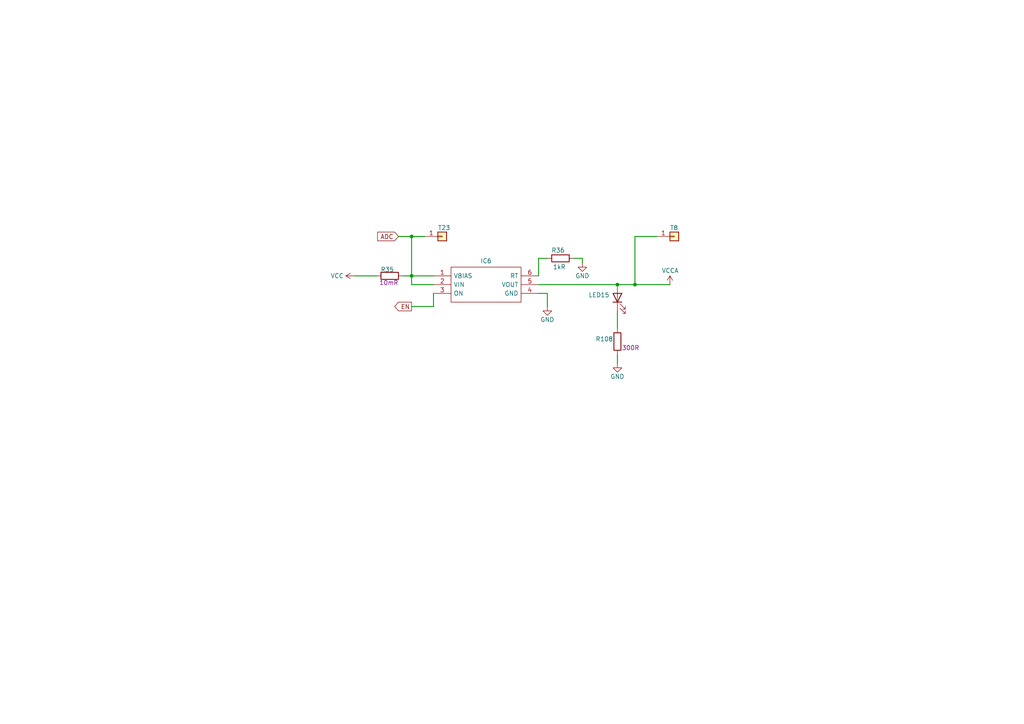
<source format=kicad_sch>
(kicad_sch (version 20231120) (generator "eeschema") (generator_version "8.0")
  (paper "A4")
  (title_block (title "Power 3V3 Analog") (rev "1"))
  (lib_symbols
    (symbol "Connector_Generic:Conn_01x01" (pin_names (offset 1.016) hide)
      (property "Reference" "J" (at 0 2.54 0))
      (property "Value" "Conn_01x01" (at 0 -2.54 0))
      (symbol "Conn_01x01_1_1"
        (rectangle (start -1.27 0.127) (end 0 -0.127) (stroke (width 0.1524)))
        (rectangle (start -1.27 1.27) (end 1.27 -1.27) (stroke (width 0.254)) (fill (type background)))
        (pin passive line (at -5.08 0 0) (length 3.81) (name "Pin_1") (number "1"))
      )
    )
    (symbol "Device:LED" (pin_numbers hide) (pin_names (offset 1.016) hide)
      (property "Reference" "D" (at 0 2.54 0))
      (property "Value" "LED" (at 0 -2.54 0))
      (symbol "LED_0_1"
        (polyline (pts (xy -1.27 -1.27) (xy -1.27 1.27)) (stroke (width 0.254)))
        (polyline (pts (xy -1.27 0) (xy 1.27 0)))
        (polyline (pts (xy 1.27 -1.27) (xy 1.27 1.27) (xy -1.27 0) (xy 1.27 -1.27)) (stroke (width 0.254)))
        (polyline (pts (xy -3.048 -0.762) (xy -4.572 -2.286) (xy -3.81 -2.286) (xy -4.572 -2.286) (xy -4.572 -1.524)))
        (polyline (pts (xy -1.778 -0.762) (xy -3.302 -2.286) (xy -2.54 -2.286) (xy -3.302 -2.286) (xy -3.302 -1.524)))
      )
      (symbol "LED_1_1"
        (pin passive line (at -3.81 0 0) (length 2.54) (name "K") (number "1"))
        (pin passive line (at 3.81 0 180) (length 2.54) (name "A") (number "2"))
      )
    )
    (symbol "Device:R" (pin_numbers hide) (pin_names (offset 0))
      (property "Reference" "R" (at 2.032 0 90))
      (property "Value" "R" (at 0 0 90))
      (symbol "R_0_1"
        (rectangle (start -1.016 -2.54) (end 1.016 2.54) (stroke (width 0.254)))
      )
      (symbol "R_1_1"
        (pin passive line (at 0 3.81 270) (length 1.27) (name "~") (number "1"))
        (pin passive line (at 0 -3.81 90) (length 1.27) (name "~") (number "2"))
      )
    )
    (symbol "Power_Switch:TPS22995HQDDCRQ1" (pin_names (offset 0.762))
      (property "Reference" "IC" (at 26.67 7.62 0))
      (property "Value" "TPS22995HQDDCRQ1" (at 26.67 5.08 0))
      (symbol "TPS22995HQDDCRQ1_0_0"
        (pin passive line (at 0 0 0) (length 5.08) (name "VBIAS") (number "1"))
        (pin passive line (at 0 -2.54 0) (length 5.08) (name "VIN") (number "2"))
        (pin passive line (at 0 -5.08 0) (length 5.08) (name "ON") (number "3"))
        (pin passive line (at 30.48 -5.08 180) (length 5.08) (name "GND") (number "4"))
        (pin passive line (at 30.48 -2.54 180) (length 5.08) (name "VOUT") (number "5"))
        (pin passive line (at 30.48 0 180) (length 5.08) (name "RT") (number "6"))
      )
      (symbol "TPS22995HQDDCRQ1_0_1"
        (polyline (pts (xy 5.08 2.54) (xy 25.4 2.54) (xy 25.4 -7.62) (xy 5.08 -7.62) (xy 5.08 2.54)) (stroke (width 0.1524)))
      )
    )
    (symbol "power:GND" (power) (pin_numbers hide) (pin_names (offset 0) hide)
      (property "Value" "GND" (at 0 -3.81 0))
      (symbol "GND_0_1"
        (polyline (pts (xy 0 0) (xy 0 -1.27) (xy 1.27 -1.27) (xy 0 -2.54) (xy -1.27 -1.27) (xy 0 -1.27)))
      )
      (symbol "GND_1_1"
        (pin power_in line (at 0 0 270) (length 0) (name "~") (number "1"))
      )
    )
    (symbol "power:VCC" (power) (pin_numbers hide) (pin_names (offset 0) hide)
      (property "Value" "VCC" (at 0 3.556 0))
      (symbol "VCC_0_1"
        (polyline (pts (xy -0.762 1.27) (xy 0 2.54)))
        (polyline (pts (xy 0 0) (xy 0 2.54)))
        (polyline (pts (xy 0 2.54) (xy 0.762 1.27)))
      )
      (symbol "VCC_1_1"
        (pin power_in line (at 0 0 90) (length 0) (name "~") (number "1"))
      )
    )
  )
  (junction (at 184.15 82.55))
  (junction (at 179.07 82.55))
  (junction (at 119.38 68.58))
  (junction (at 119.38 80.01))
  (wire (pts (xy 116.84 80.01) (xy 119.38 80.01)) (stroke (width 0.254)))
  (wire (pts (xy 179.07 95.25) (xy 179.07 90.17)) (stroke (width 0.254)))
  (wire (pts (xy 179.07 105.41) (xy 179.07 102.87)) (stroke (width 0.254)))
  (wire (pts (xy 158.75 85.09) (xy 158.75 88.9)) (stroke (width 0.254)))
  (wire (pts (xy 179.07 82.55) (xy 184.15 82.55)) (stroke (width 0.254)))
  (wire (pts (xy 190.5 68.58) (xy 184.15 68.58)) (stroke (width 0.254)))
  (wire (pts (xy 119.38 82.55) (xy 119.38 80.01)) (stroke (width 0.254)))
  (wire (pts (xy 115.57 68.58) (xy 119.38 68.58)) (stroke (width 0.254)))
  (wire (pts (xy 119.38 88.9) (xy 125.73 88.9)) (stroke (width 0.254)))
  (wire (pts (xy 166.37 74.93) (xy 168.91 74.93)) (stroke (width 0.254)))
  (wire (pts (xy 184.15 68.58) (xy 184.15 82.55)) (stroke (width 0.254)))
  (wire (pts (xy 156.21 85.09) (xy 158.75 85.09)) (stroke (width 0.254)))
  (wire (pts (xy 119.38 80.01) (xy 125.73 80.01)) (stroke (width 0.254)))
  (wire (pts (xy 168.91 74.93) (xy 168.91 76.2)) (stroke (width 0.254)))
  (wire (pts (xy 184.15 82.55) (xy 194.31 82.55)) (stroke (width 0.254)))
  (wire (pts (xy 156.21 82.55) (xy 179.07 82.55)) (stroke (width 0.254)))
  (wire (pts (xy 119.38 68.58) (xy 119.38 80.01)) (stroke (width 0.254)))
  (wire (pts (xy 125.73 82.55) (xy 119.38 82.55)) (stroke (width 0.254)))
  (wire (pts (xy 123.19 68.58) (xy 119.38 68.58)) (stroke (width 0.254)))
  (wire (pts (xy 158.75 74.93) (xy 156.21 74.93)) (stroke (width 0.254)))
  (wire (pts (xy 156.21 74.93) (xy 156.21 80.01)) (stroke (width 0.254)))
  (wire (pts (xy 102.87 80.01) (xy 109.22 80.01)) (stroke (width 0.254)))
  (wire (pts (xy 125.73 88.9) (xy 125.73 85.09)) (stroke (width 0.254)))
  (global_label "EN" (shape output) (at 119.38 88.9 180) (property "Intersheetrefs" "${INTERSHEET_REFS}" (effects (hide yes))))
  (global_label "ADC" (shape input) (at 115.57 68.58 180) (property "Intersheetrefs" "${INTERSHEET_REFS}" (effects (hide yes))))
  (symbol (lib_id "Device:R") (at 162.56 74.93 90) (unit 1)
    (property "Reference" "R36" (at 163.83 71.882 90) (effects (justify left bottom)))
    (property "Value" "1kR" (at 164.084 76.708 90) (effects (justify left bottom)))
    (property "Footprint" "Resistor_SMD:R_0805_2012Metric_Pad1.20x1.40mm_HandSolder" (effects (hide yes)))
    (property "Description" "ERJ-PB6B1001V" (effects (hide yes)))
  )
  (symbol (lib_id "Device:LED") (at 179.07 86.36 90) (unit 1)
    (property "Reference" "LED15" (at 176.784 84.836 90) (effects (justify left bottom)))
    (property "Value" "150080BS75000" (effects (hide yes)))
    (property "Footprint" "LED_SMD:LED_0805_2012Metric_Pad1.15x1.40mm_HandSolder" (effects (hide yes)))
    (property "Description" "Blue LED" (effects (hide yes)))
    (property "DATASHEET LINK" "https://datasheet.lcsc.com/lcsc/1912111437_Yongyu-Photoelectric-SZYY0805B_C434433.pdf" (effects (hide yes)))
    (property "HEIGHT" "0.95mm" (effects (hide yes)))
    (property "MANUFACTURER_NAME" "Yongyu" (effects (hide yes)))
    (property "MANUFACTURER_PART_NUMBER" "SZYY0805B" (effects (hide yes)))
    (property "COLOUR" "Blue" (effects (hide yes)))
  )
  (symbol (lib_id "power:VCC") (at 102.87 80.01 90) (unit 1)
    (property "Reference" "#PWR012" (effects (hide yes)))
    (property "Value" "VCC" (at 97.79 80.01 90))
    (property "Description" "Power symbol creates a global label with name \"VCC\"" (effects (hide yes)))
  )
  (symbol (lib_id "Device:R") (at 113.03 80.01 90) (unit 1)
    (property "Reference" "R35" (at 114.3 77.47 90) (effects (justify left bottom)))
    (property "Value" "10mR" (effects (hide yes)))
    (property "Footprint" "Resistor_SMD:R_0805_2012Metric_Pad1.20x1.40mm_HandSolder" (effects (hide yes)))
    (property "Description" "WSL0805R0100FEA18" (effects (hide yes)))
    (property "MIN OPERATING TEMPERATURE" "-65°C" (effects (hide yes)))
    (property "TOLERANCE" "1%" (effects (hide yes)))
    (property "ROHS COMPLIANT" "Yes" (effects (hide yes)))
    (property "TEMPERATURE COEFFICIENT" "75ppm/°C" (effects (hide yes)))
    (property "CASE/PACKAGE" "0805" (effects (hide yes)))
    (property "MAX OPERATING TEMPERATURE" "170°C" (effects (hide yes)))
    (property "RESISTOR TYPE" "FIXED RESISTOR" (effects (hide yes)))
    (property "PACKAGING" "Tape and Reel" (effects (hide yes)))
    (property "CONSTRUCTION" "Rectangular" (effects (hide yes)))
    (property "JESD-609 CODE" "e3" (effects (hide yes)))
    (property "MOUNTING TECHNOLOGY" "Surface Mount" (effects (hide yes)))
    (property "PACKAGE HEIGHT" "0.33mm" (effects (hide yes)))
    (property "PACKAGE LENGTH" "2.03mm" (effects (hide yes)))
    (property "PACKAGE STYLE" "SMTMeter" (effects (hide yes)))
    (property "PACKAGE WIDTH" "1.27mm" (effects (hide yes)))
    (property "PINS" "2" (effects (hide yes)))
    (property "POWER" "250mW" (effects (hide yes)))
    (property "RATED TEMPERATURE" "70°C" (effects (hide yes)))
    (property "REACH SVHC COMPLIANT" "Yes" (effects (hide yes)))
    (property "TECHNOLOGY" "METAL STRIP" (effects (hide yes)))
    (property "TERMINAL FINISH" "Nickel" (effects (hide yes)))
    (property "TERMINATION" "Wraparound" (effects (hide yes)))
    (property "ALTIUM_VALUE" "10mR" (at 115.57 81.28 90) (effects (justify left bottom)))
  )
  (symbol (lib_id "Connector_Generic:Conn_01x01") (at 128.27 68.58 0) (unit 1) (in_bom no)
    (property "Reference" "T23" (at 127 66.802 0) (effects (justify left bottom)))
    (property "Value" "Conn_01x01" (effects (hide yes)))
    (property "Footprint" "TestPoint:TestPoint_THTPad_D1.5mm_Drill0.7mm" (effects (hide yes)))
    (property "Description" "Generic connector, single row, 01x01, script generated (kicad-library-utils/schlib/autogen/connector/)" (effects (hide yes)))
  )
  (symbol (lib_id "power:VCC") (at 194.31 82.55 0) (unit 1)
    (property "Reference" "#PWR046" (effects (hide yes)))
    (property "Value" "VCCA" (at 196.85 78.486 0) (effects (justify right)))
    (property "Description" "Power symbol creates a global label with name \"VCC\"" (effects (hide yes)))
  )
  (symbol (lib_id "power:GND") (at 158.75 88.9 0) (unit 1)
    (property "Reference" "#PWR014" (effects (hide yes)))
    (property "Value" "GND" (at 158.75 92.71 0))
    (property "Description" "Power symbol creates a global label with name \"GND\" , ground" (effects (hide yes)))
  )
  (symbol (lib_id "Device:R") (at 179.07 99.06 0) (unit 1)
    (property "Reference" "R108" (at 172.72 99.06 0) (effects (justify left bottom)))
    (property "Value" "300R" (effects (hide yes)))
    (property "Footprint" "Resistor_SMD:R_0805_2012Metric_Pad1.20x1.40mm_HandSolder" (effects (hide yes)))
    (property "Description" "ESR10EZPJ301" (effects (hide yes)))
    (property "TEMPERATURE COEFFICIENT" "200ppm/°C" (effects (hide yes)))
    (property "MAX POWER DISSIPATION" "400mW" (effects (hide yes)))
    (property "MAX OPERATING TEMPERATURE" "155°C" (effects (hide yes)))
    (property "CASE CODE (METRIC)" "2012" (effects (hide yes)))
    (property "HEIGHT - SEATED (MAX)" "0.026inch" (effects (hide yes)))
    (property "CASE CODE (IMPERIAL)" "0805" (effects (hide yes)))
    (property "POWER RATING" "400mW" (effects (hide yes)))
    (property "TOLERANCE" "5%" (effects (hide yes)))
    (property "SIZE CODE" "0805" (effects (hide yes)))
    (property "SERIES" "ESR" (effects (hide yes)))
    (property "ROHS COMPLIANT" "Yes" (effects (hide yes)))
    (property "FEATURES" "Automotive AEC-Q200" (effects (hide yes)))
    (property "MIN OPERATING TEMPERATURE" "-55°C" (effects (hide yes)))
    (property "CASE/PACKAGE" "0805" (effects (hide yes)))
    (property "LENGTH" "0.079inch" (effects (hide yes)))
    (property "NUMBER OF TERMINATIONS" "2" (effects (hide yes)))
    (property "RESISTOR TYPE" "Thick Film" (effects (hide yes)))
    (property "WIDTH" "0.049inch" (effects (hide yes)))
    (property "LEAD FREE" "Lead Free" (effects (hide yes)))
    (property "RESISTANCE" "300R" (at 180.34 101.6 0) (effects (justify left bottom)))
    (property "PACKAGE QUANTITY" "1" (effects (hide yes)))
    (property "PACKAGING" "Tape and Reel" (effects (hide yes)))
    (property "HEIGHT" "0.026inch" (effects (hide yes)))
    (property "ALTIUM_VALUE" "300R" (effects (hide yes)))
  )
  (symbol (lib_id "Connector_Generic:Conn_01x01") (at 195.58 68.58 0) (unit 1) (in_bom no)
    (property "Reference" "T8" (at 194.31 66.802 0) (effects (justify left bottom)))
    (property "Value" "Conn_01x01" (effects (hide yes)))
    (property "Footprint" "TestPoint:TestPoint_THTPad_D1.5mm_Drill0.7mm" (effects (hide yes)))
    (property "Description" "Generic connector, single row, 01x01, script generated (kicad-library-utils/schlib/autogen/connector/)" (effects (hide yes)))
  )
  (symbol (lib_id "power:GND") (at 168.91 76.2 0) (unit 1)
    (property "Reference" "#PWR044" (effects (hide yes)))
    (property "Value" "GND" (at 168.91 80.01 0))
    (property "Description" "Power symbol creates a global label with name \"GND\" , ground" (effects (hide yes)))
  )
  (symbol (lib_id "Power_Switch:TPS22995HQDDCRQ1") (at 125.73 80.01 0) (unit 1)
    (property "Reference" "IC6" (at 140.97 75.692 0))
    (property "Value" "TPS22995HQDDCRQ1" (effects (hide yes)))
    (property "Footprint" "Button_Switch_SMD:SOT95P280X110-6N" (effects (hide yes)))
    (property "Datasheet" "https://www.ti.com/lit/ds/symlink/tps22995h-q1.pdf" (effects (hide yes)))
    (property "Description" "Power Switch ICs - Power Distribution Automotive 5.5-V, 3-A, 16-m?  load switch with adjustable rise time" (effects (hide yes)))
    (property "Height" "1.1" (effects (hide yes)))
    (property "Mouser Part Number" "595-TPS22995HQDDCRQ1" (effects (hide yes)))
    (property "Mouser Price/Stock" "https://www.mouser.co.uk/ProductDetail/Texas-Instruments/TPS22995HQDDCRQ1?qs=rQFj71Wb1eWs1fKJ5lX39g%3D%3D" (effects (hide yes)))
    (property "Manufacturer_Name" "Texas Instruments" (effects (hide yes)))
    (property "Manufacturer_Part_Number" "TPS22995HQDDCRQ1" (effects (hide yes)))
  )
  (symbol (lib_id "power:GND") (at 179.07 105.41 0) (unit 1)
    (property "Reference" "#PWR045" (effects (hide yes)))
    (property "Value" "GND" (at 179.07 109.22 0))
    (property "Description" "Power symbol creates a global label with name \"GND\" , ground" (effects (hide yes)))
  )
)
</source>
